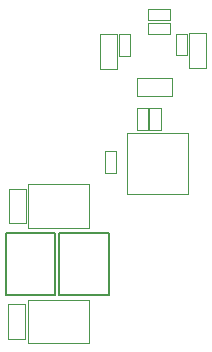
<source format=gbr>
G04 #@! TF.GenerationSoftware,KiCad,Pcbnew,5.1.2-f72e74a~84~ubuntu18.04.1*
G04 #@! TF.CreationDate,2019-06-03T11:10:06+01:00*
G04 #@! TF.ProjectId,HealthMonitor,4865616c-7468-44d6-9f6e-69746f722e6b,rev?*
G04 #@! TF.SameCoordinates,Original*
G04 #@! TF.FileFunction,Other,User*
%FSLAX46Y46*%
G04 Gerber Fmt 4.6, Leading zero omitted, Abs format (unit mm)*
G04 Created by KiCad (PCBNEW 5.1.2-f72e74a~84~ubuntu18.04.1) date 2019-06-03 11:10:06*
%MOMM*%
%LPD*%
G04 APERTURE LIST*
%ADD10C,0.050000*%
%ADD11C,0.150000*%
G04 APERTURE END LIST*
D10*
X112275001Y-116913919D02*
X112275001Y-111713919D01*
X112275001Y-111713919D02*
X117475001Y-111713919D01*
X117475001Y-111713919D02*
X117475001Y-116913919D01*
X117475001Y-116913919D02*
X112275001Y-116913919D01*
D11*
X110750425Y-120270961D02*
X110750425Y-125452561D01*
X110750425Y-125452561D02*
X106584825Y-125452561D01*
X106584825Y-125452561D02*
X106584825Y-120220161D01*
X106584825Y-120220161D02*
X110699625Y-120220161D01*
X110699625Y-120220161D02*
X110750425Y-120270961D01*
X110750425Y-120270961D02*
X110598025Y-120220161D01*
D10*
X114210000Y-111478920D02*
X115150000Y-111478920D01*
X115150000Y-111478920D02*
X115150000Y-109618920D01*
X115150000Y-109618920D02*
X114210000Y-109618920D01*
X114210000Y-109618920D02*
X114210000Y-111478920D01*
X117396198Y-103294209D02*
X116456198Y-103294209D01*
X116456198Y-103294209D02*
X116456198Y-105154209D01*
X116456198Y-105154209D02*
X117396198Y-105154209D01*
X117396198Y-105154209D02*
X117396198Y-103294209D01*
X113160000Y-111478920D02*
X114100000Y-111478920D01*
X114100000Y-111478920D02*
X114100000Y-109618920D01*
X114100000Y-109618920D02*
X113160000Y-109618920D01*
X113160000Y-109618920D02*
X113160000Y-111478920D01*
X111350000Y-113260000D02*
X110410000Y-113260000D01*
X110410000Y-113260000D02*
X110410000Y-115120000D01*
X110410000Y-115120000D02*
X111350000Y-115120000D01*
X111350000Y-115120000D02*
X111350000Y-113260000D01*
X103710000Y-126235000D02*
X102250000Y-126235000D01*
X102250000Y-126235000D02*
X102250000Y-129195000D01*
X102250000Y-129195000D02*
X103710000Y-129195000D01*
X103710000Y-129195000D02*
X103710000Y-126235000D01*
X113146198Y-107094209D02*
X113146198Y-108554209D01*
X113146198Y-108554209D02*
X116106198Y-108554209D01*
X116106198Y-108554209D02*
X116106198Y-107094209D01*
X116106198Y-107094209D02*
X113146198Y-107094209D01*
X109996198Y-106279209D02*
X111456198Y-106279209D01*
X111456198Y-106279209D02*
X111456198Y-103319209D01*
X111456198Y-103319209D02*
X109996198Y-103319209D01*
X109996198Y-103319209D02*
X109996198Y-106279209D01*
X117571198Y-106241709D02*
X119031198Y-106241709D01*
X119031198Y-106241709D02*
X119031198Y-103281709D01*
X119031198Y-103281709D02*
X117571198Y-103281709D01*
X117571198Y-103281709D02*
X117571198Y-106241709D01*
X115931198Y-102144209D02*
X115931198Y-101204209D01*
X115931198Y-101204209D02*
X114071198Y-101204209D01*
X114071198Y-101204209D02*
X114071198Y-102144209D01*
X114071198Y-102144209D02*
X115931198Y-102144209D01*
X112596198Y-105179209D02*
X112596198Y-103319209D01*
X111656198Y-105179209D02*
X112596198Y-105179209D01*
X111656198Y-103319209D02*
X111656198Y-105179209D01*
X112596198Y-103319209D02*
X111656198Y-103319209D01*
D11*
X106222800Y-120249200D02*
X106222800Y-125430800D01*
X106222800Y-125430800D02*
X102057200Y-125430800D01*
X102057200Y-125430800D02*
X102057200Y-120198400D01*
X102057200Y-120198400D02*
X106172000Y-120198400D01*
X106172000Y-120198400D02*
X106222800Y-120249200D01*
X106222800Y-120249200D02*
X106070400Y-120198400D01*
D10*
X109050000Y-125825000D02*
X103900000Y-125825000D01*
X103900000Y-125825000D02*
X103900000Y-129525000D01*
X103900000Y-129525000D02*
X109050000Y-129525000D01*
X109050000Y-129525000D02*
X109050000Y-125825000D01*
X109070000Y-116050000D02*
X103920000Y-116050000D01*
X103920000Y-116050000D02*
X103920000Y-119750000D01*
X103920000Y-119750000D02*
X109070000Y-119750000D01*
X109070000Y-119750000D02*
X109070000Y-116050000D01*
X103750000Y-116420000D02*
X102290000Y-116420000D01*
X102290000Y-116420000D02*
X102290000Y-119380000D01*
X102290000Y-119380000D02*
X103750000Y-119380000D01*
X103750000Y-119380000D02*
X103750000Y-116420000D01*
X114096198Y-103319209D02*
X115956198Y-103319209D01*
X114096198Y-102379209D02*
X114096198Y-103319209D01*
X115956198Y-102379209D02*
X114096198Y-102379209D01*
X115956198Y-103319209D02*
X115956198Y-102379209D01*
M02*

</source>
